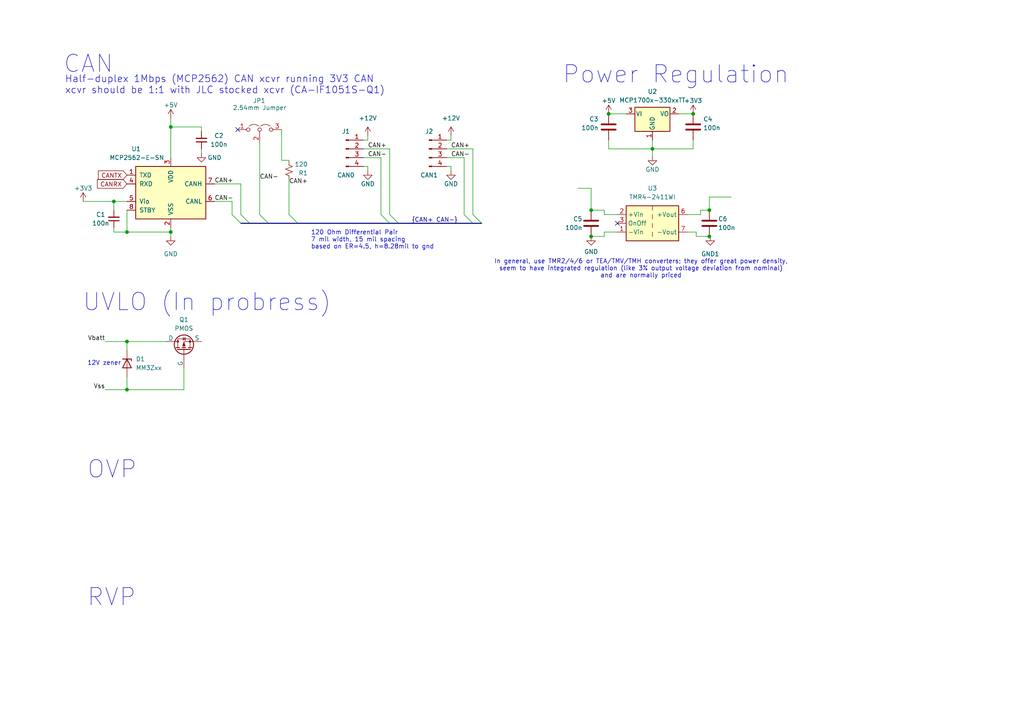
<source format=kicad_sch>
(kicad_sch (version 20231120) (generator "eeschema") (generator_version "8.0")
  (paper "A4")
  (lib_symbols
    (symbol "Connector:Conn_01x04_Pin" (pin_names (offset 1.016) hide)
      (property "Reference" "J" (at 0 5.08 0))
      (property "Value" "Conn_01x04_Pin" (at 0 -7.62 0))
      (symbol "Conn_01x04_Pin_1_1"
        (polyline (pts (xy 1.27 -5.08) (xy 0.8636 -5.08)) (stroke (width 0.1524)))
        (polyline (pts (xy 1.27 -2.54) (xy 0.8636 -2.54)) (stroke (width 0.1524)))
        (polyline (pts (xy 1.27 0) (xy 0.8636 0)) (stroke (width 0.1524)))
        (polyline (pts (xy 1.27 2.54) (xy 0.8636 2.54)) (stroke (width 0.1524)))
        (rectangle (start 0.8636 -4.953) (end 0 -5.207) (stroke (width 0.1524)) (fill (type outline)))
        (rectangle (start 0.8636 -2.413) (end 0 -2.667) (stroke (width 0.1524)) (fill (type outline)))
        (rectangle (start 0.8636 0.127) (end 0 -0.127) (stroke (width 0.1524)) (fill (type outline)))
        (rectangle (start 0.8636 2.667) (end 0 2.413) (stroke (width 0.1524)) (fill (type outline)))
        (pin passive line (at 5.08 2.54 180) (length 3.81) (name "Pin_1") (number "1"))
        (pin passive line (at 5.08 0 180) (length 3.81) (name "Pin_2") (number "2"))
        (pin passive line (at 5.08 -2.54 180) (length 3.81) (name "Pin_3") (number "3"))
        (pin passive line (at 5.08 -5.08 180) (length 3.81) (name "Pin_4") (number "4"))
      )
    )
    (symbol "Converter_DCDC:TMR4-2411WI"
      (property "Reference" "U" (at -6.35 6.35 0))
      (property "Value" "TMR4-2411WI" (at 2.54 6.35 0))
      (symbol "TMR4-2411WI_0_0"
        (pin power_in line (at -10.16 -2.54 0) (length 2.54) (name "-Vin") (number "1"))
        (pin power_in line (at -10.16 2.54 0) (length 2.54) (name "+Vin") (number "2"))
        (pin input line (at -10.16 0 0) (length 2.54) (name "OnOff") (number "3"))
        (pin no_connect line (at 0 5.08 270) (length 2.54) hide (name "NC") (number "5"))
        (pin power_out line (at 10.16 2.54 180) (length 2.54) (name "+Vout") (number "6"))
        (pin power_out line (at 10.16 -2.54 180) (length 2.54) (name "-Vout") (number "7"))
        (pin no_connect line (at 7.62 0 180) (length 2.54) hide (name "NC") (number "8"))
      )
      (symbol "TMR4-2411WI_0_1"
        (rectangle (start -7.62 5.08) (end 7.62 -5.08) (stroke (width 0.254)) (fill (type background)))
        (polyline (pts (xy 0 -2.54) (xy 0 -3.81)))
        (polyline (pts (xy 0 0) (xy 0 -1.27)))
        (polyline (pts (xy 0 2.54) (xy 0 1.27)))
        (polyline (pts (xy 0 5.08) (xy 0 3.81)))
      )
    )
    (symbol "Device:C" (pin_numbers hide) (pin_names (offset 0.254))
      (property "Reference" "C" (at 0.635 2.54 0))
      (property "Value" "C" (at 0.635 -2.54 0))
      (symbol "C_0_1"
        (polyline (pts (xy -2.032 -0.762) (xy 2.032 -0.762)) (stroke (width 0.508)))
        (polyline (pts (xy -2.032 0.762) (xy 2.032 0.762)) (stroke (width 0.508)))
      )
      (symbol "C_1_1"
        (pin passive line (at 0 3.81 270) (length 2.794) (name "~") (number "1"))
        (pin passive line (at 0 -3.81 90) (length 2.794) (name "~") (number "2"))
      )
    )
    (symbol "Device:C_Small" (pin_numbers hide) (pin_names (offset 0.254) hide)
      (property "Reference" "C" (at 0.254 1.778 0))
      (property "Value" "C_Small" (at 0.254 -2.032 0))
      (symbol "C_Small_0_1"
        (polyline (pts (xy -1.524 -0.508) (xy 1.524 -0.508)) (stroke (width 0.3302)))
        (polyline (pts (xy -1.524 0.508) (xy 1.524 0.508)) (stroke (width 0.3048)))
      )
      (symbol "C_Small_1_1"
        (pin passive line (at 0 2.54 270) (length 2.032) (name "~") (number "1"))
        (pin passive line (at 0 -2.54 90) (length 2.032) (name "~") (number "2"))
      )
    )
    (symbol "Device:R_Small_US" (pin_numbers hide) (pin_names (offset 0.254) hide)
      (property "Reference" "R" (at 0.762 0.508 0))
      (property "Value" "R_Small_US" (at 0.762 -1.016 0))
      (symbol "R_Small_US_1_1"
        (polyline (pts (xy 0 0) (xy 1.016 -0.381) (xy 0 -0.762) (xy -1.016 -1.143) (xy 0 -1.524)))
        (polyline (pts (xy 0 1.524) (xy 1.016 1.143) (xy 0 0.762) (xy -1.016 0.381) (xy 0 0)))
        (pin passive line (at 0 2.54 270) (length 1.016) (name "~") (number "1"))
        (pin passive line (at 0 -2.54 90) (length 1.016) (name "~") (number "2"))
      )
    )
    (symbol "Diode:MM3Zxx" (pin_numbers hide) (pin_names hide)
      (property "Reference" "D" (at 0 2.54 0))
      (property "Value" "MM3Zxx" (at 0 -2.54 0))
      (symbol "MM3Zxx_0_1"
        (polyline (pts (xy 1.27 0) (xy -1.27 0)))
        (polyline (pts (xy -1.27 -1.27) (xy -1.27 1.27) (xy -0.762 1.27)) (stroke (width 0.254)))
        (polyline (pts (xy 1.27 -1.27) (xy 1.27 1.27) (xy -1.27 0) (xy 1.27 -1.27)) (stroke (width 0.254)))
      )
      (symbol "MM3Zxx_1_1"
        (pin passive line (at -3.81 0 0) (length 2.54) (name "K") (number "1"))
        (pin passive line (at 3.81 0 180) (length 2.54) (name "A") (number "2"))
      )
    )
    (symbol "Interface_CAN_LIN:MCP2562-E-SN" (pin_names (offset 1.016))
      (property "Reference" "U" (at -10.16 8.89 0))
      (property "Value" "MCP2562-E-SN" (at 2.54 8.89 0))
      (symbol "MCP2562-E-SN_0_1"
        (rectangle (start -10.16 7.62) (end 10.16 -7.62) (stroke (width 0.254)) (fill (type background)))
      )
      (symbol "MCP2562-E-SN_1_1"
        (pin input line (at -12.7 5.08 0) (length 2.54) (name "TXD") (number "1"))
        (pin power_in line (at 0 -10.16 90) (length 2.54) (name "VSS") (number "2"))
        (pin power_in line (at 0 10.16 270) (length 2.54) (name "VDD") (number "3"))
        (pin output line (at -12.7 2.54 0) (length 2.54) (name "RXD") (number "4"))
        (pin power_in line (at -12.7 -2.54 0) (length 2.54) (name "Vio") (number "5"))
        (pin bidirectional line (at 12.7 -2.54 180) (length 2.54) (name "CANL") (number "6"))
        (pin bidirectional line (at 12.7 2.54 180) (length 2.54) (name "CANH") (number "7"))
        (pin input line (at -12.7 -5.08 0) (length 2.54) (name "STBY") (number "8"))
      )
    )
    (symbol "Jumper:Jumper_3_Open" (pin_names (offset 0) hide)
      (property "Reference" "JP" (at -2.54 -2.54 0))
      (property "Value" "Jumper_3_Open" (at 0 2.794 0))
      (symbol "Jumper_3_Open_0_0"
        (circle (center -3.302 0) (radius 0.508))
        (circle (center 0 0) (radius 0.508))
        (circle (center 3.302 0) (radius 0.508))
      )
      (symbol "Jumper_3_Open_0_1"
        (arc (start -0.254 1.016) (mid -1.651 1.4992) (end -3.048 1.016))
        (polyline (pts (xy 0 -0.508) (xy 0 -1.27)))
        (arc (start 3.048 1.016) (mid 1.651 1.4992) (end 0.254 1.016))
      )
      (symbol "Jumper_3_Open_1_1"
        (pin passive line (at -6.35 0 0) (length 2.54) (name "A") (number "1"))
        (pin passive line (at 0 -3.81 90) (length 2.54) (name "C") (number "2"))
        (pin passive line (at 6.35 0 180) (length 2.54) (name "B") (number "3"))
      )
    )
    (symbol "Regulator_Linear:MCP1700x-330xxTT" (pin_names (offset 0.254))
      (property "Reference" "U" (at -3.81 3.175 0))
      (property "Value" "MCP1700x-330xxTT" (at 0 3.175 0))
      (symbol "MCP1700x-330xxTT_0_1"
        (rectangle (start -5.08 1.905) (end 5.08 -5.08) (stroke (width 0.254)) (fill (type background)))
      )
      (symbol "MCP1700x-330xxTT_1_1"
        (pin power_in line (at 0 -7.62 90) (length 2.54) (name "GND") (number "1"))
        (pin power_out line (at 7.62 0 180) (length 2.54) (name "VO") (number "2"))
        (pin power_in line (at -7.62 0 0) (length 2.54) (name "VI") (number "3"))
      )
    )
    (symbol "Simulation_SPICE:PMOS" (pin_numbers hide) (pin_names (offset 0))
      (property "Reference" "Q" (at 5.08 1.27 0))
      (property "Value" "PMOS" (at 5.08 -1.27 0))
      (symbol "PMOS_0_1"
        (polyline (pts (xy 0.254 0) (xy -2.54 0)))
        (polyline (pts (xy 0.254 1.905) (xy 0.254 -1.905)) (stroke (width 0.254)))
        (polyline (pts (xy 0.762 -1.27) (xy 0.762 -2.286)) (stroke (width 0.254)))
        (polyline (pts (xy 0.762 0.508) (xy 0.762 -0.508)) (stroke (width 0.254)))
        (polyline (pts (xy 0.762 2.286) (xy 0.762 1.27)) (stroke (width 0.254)))
        (polyline (pts (xy 2.54 2.54) (xy 2.54 1.778)))
        (polyline (pts (xy 2.54 -2.54) (xy 2.54 0) (xy 0.762 0)))
        (polyline (pts (xy 0.762 1.778) (xy 3.302 1.778) (xy 3.302 -1.778) (xy 0.762 -1.778)))
        (polyline (pts (xy 2.286 0) (xy 1.27 0.381) (xy 1.27 -0.381) (xy 2.286 0)) (fill (type outline)))
        (polyline (pts (xy 2.794 -0.508) (xy 2.921 -0.381) (xy 3.683 -0.381) (xy 3.81 -0.254)))
        (polyline (pts (xy 3.302 -0.381) (xy 2.921 0.254) (xy 3.683 0.254) (xy 3.302 -0.381)))
        (circle (center 1.651 0) (radius 2.794) (stroke (width 0.254)))
        (circle (center 2.54 -1.778) (radius 0.254) (fill (type outline)))
        (circle (center 2.54 1.778) (radius 0.254) (fill (type outline)))
      )
      (symbol "PMOS_1_1"
        (pin passive line (at 2.54 5.08 270) (length 2.54) (name "D") (number "1"))
        (pin input line (at -5.08 0 0) (length 2.54) (name "G") (number "2"))
        (pin passive line (at 2.54 -5.08 90) (length 2.54) (name "S") (number "3"))
      )
    )
    (symbol "power:+12V" (power) (pin_names (offset 0))
      (property "Value" "+12V" (at 0 3.556 0))
      (symbol "+12V_0_1"
        (polyline (pts (xy -0.762 1.27) (xy 0 2.54)))
        (polyline (pts (xy 0 0) (xy 0 2.54)))
        (polyline (pts (xy 0 2.54) (xy 0.762 1.27)))
      )
      (symbol "+12V_1_1"
        (pin power_in line (at 0 0 90) (length 0) hide (name "+12V") (number "1"))
      )
    )
    (symbol "power:+3V3" (power) (pin_names (offset 0))
      (property "Value" "+3V3" (at 0 3.556 0))
      (symbol "+3V3_0_1"
        (polyline (pts (xy -0.762 1.27) (xy 0 2.54)))
        (polyline (pts (xy 0 0) (xy 0 2.54)))
        (polyline (pts (xy 0 2.54) (xy 0.762 1.27)))
      )
      (symbol "+3V3_1_1"
        (pin power_in line (at 0 0 90) (length 0) hide (name "+3V3") (number "1"))
      )
    )
    (symbol "power:+5V" (power) (pin_names (offset 0))
      (property "Value" "+5V" (at 0 3.556 0))
      (symbol "+5V_0_1"
        (polyline (pts (xy -0.762 1.27) (xy 0 2.54)))
        (polyline (pts (xy 0 0) (xy 0 2.54)))
        (polyline (pts (xy 0 2.54) (xy 0.762 1.27)))
      )
      (symbol "+5V_1_1"
        (pin power_in line (at 0 0 90) (length 0) hide (name "+5V") (number "1"))
      )
    )
    (symbol "power:GND" (power) (pin_names (offset 0))
      (property "Value" "GND" (at 0 -3.81 0))
      (symbol "GND_0_1"
        (polyline (pts (xy 0 0) (xy 0 -1.27) (xy 1.27 -1.27) (xy 0 -2.54) (xy -1.27 -1.27) (xy 0 -1.27)))
      )
      (symbol "GND_1_1"
        (pin power_in line (at 0 0 270) (length 0) hide (name "GND") (number "1"))
      )
    )
    (symbol "power:GND1" (power) (pin_names (offset 0))
      (property "Value" "GND1" (at 0 -3.81 0))
      (symbol "GND1_0_1"
        (polyline (pts (xy 0 0) (xy 0 -1.27) (xy 1.27 -1.27) (xy 0 -2.54) (xy -1.27 -1.27) (xy 0 -1.27)))
      )
      (symbol "GND1_1_1"
        (pin power_in line (at 0 0 270) (length 0) hide (name "GND1") (number "1"))
      )
    )
  )
  (junction (at 33.02 58.42))
  (junction (at 205.74 60.96))
  (junction (at 49.53 36.83))
  (junction (at 171.45 60.96))
  (junction (at 36.83 99.06))
  (junction (at 205.74 68.58))
  (junction (at 171.45 68.58))
  (junction (at 49.53 67.31))
  (junction (at 189.23 43.18))
  (junction (at 201.041 33.02))
  (junction (at 36.83 67.31))
  (junction (at 36.83 113.03))
  (junction (at 176.53 33.02))
  (no_connect (at 179.07 64.77))
  (no_connect (at 68.961 37.592))
  (bus_entry (at 113.03 62.23) (size 2.54 2.54))
  (bus_entry (at 110.49 62.23) (size 2.54 2.54))
  (bus_entry (at 69.85 62.23) (size 2.54 2.54))
  (bus_entry (at 75.311 62.23) (size 2.54 2.54))
  (bus_entry (at 137.16 62.23) (size 2.54 2.54))
  (bus_entry (at 83.82 62.23) (size 2.54 2.54))
  (bus_entry (at 67.31 62.23) (size 2.54 2.54))
  (bus_entry (at 134.62 62.23) (size 2.54 2.54))
  (wire (pts (xy 201.041 43.18) (xy 189.23 43.18)))
  (wire (pts (xy 176.53 43.18) (xy 189.23 43.18)))
  (wire (pts (xy 49.53 34.29) (xy 49.53 36.83)))
  (bus (pts (xy 137.16 64.77) (xy 139.7 64.77)))
  (wire (pts (xy 106.68 39.37) (xy 106.68 40.64)))
  (wire (pts (xy 67.31 58.42) (xy 62.23 58.42)))
  (wire (pts (xy 36.83 99.06) (xy 36.83 101.6)))
  (wire (pts (xy 175.26 67.31) (xy 175.26 68.58)))
  (wire (pts (xy 130.81 49.53) (xy 130.81 48.26)))
  (wire (pts (xy 175.26 67.31) (xy 179.07 67.31)))
  (wire (pts (xy 33.02 58.42) (xy 36.83 58.42)))
  (wire (pts (xy 201.041 43.18) (xy 201.041 40.64)))
  (wire (pts (xy 36.83 109.22) (xy 36.83 113.03)))
  (wire (pts (xy 189.23 40.64) (xy 189.23 43.18)))
  (wire (pts (xy 67.31 62.23) (xy 67.31 58.42)))
  (wire (pts (xy 201.93 67.31) (xy 201.93 68.58)))
  (wire (pts (xy 106.68 49.53) (xy 106.68 48.26)))
  (wire (pts (xy 81.661 46.482) (xy 83.82 46.482)))
  (wire (pts (xy 106.68 40.64) (xy 105.41 40.64)))
  (wire (pts (xy 33.02 67.31) (xy 36.83 67.31)))
  (bus (pts (xy 77.851 64.77) (xy 86.36 64.77)))
  (wire (pts (xy 36.83 60.96) (xy 36.83 67.31)))
  (wire (pts (xy 69.85 62.23) (xy 69.85 53.34)))
  (wire (pts (xy 167.64 54.61) (xy 171.45 54.61)))
  (wire (pts (xy 113.03 43.18) (xy 105.41 43.18)))
  (wire (pts (xy 201.93 68.58) (xy 205.74 68.58)))
  (wire (pts (xy 171.45 60.96) (xy 175.26 60.96)))
  (wire (pts (xy 199.39 62.23) (xy 203.2 62.23)))
  (wire (pts (xy 113.03 43.18) (xy 113.03 62.23)))
  (wire (pts (xy 205.994 68.58) (xy 205.74 68.58)))
  (wire (pts (xy 49.53 68.58) (xy 49.53 67.31)))
  (wire (pts (xy 205.74 60.96) (xy 203.2 60.96)))
  (wire (pts (xy 137.16 43.18) (xy 137.16 62.23)))
  (wire (pts (xy 58.42 38.1) (xy 58.42 36.83)))
  (bus (pts (xy 69.85 64.77) (xy 72.39 64.77)))
  (wire (pts (xy 83.82 51.9787) (xy 83.82 62.23)))
  (wire (pts (xy 130.81 39.37) (xy 130.81 40.64)))
  (wire (pts (xy 58.42 43.18) (xy 58.42 44.45)))
  (wire (pts (xy 33.02 66.04) (xy 33.02 67.31)))
  (wire (pts (xy 49.53 36.83) (xy 58.42 36.83)))
  (wire (pts (xy 176.53 33.02) (xy 181.61 33.02)))
  (wire (pts (xy 83.82 46.482) (xy 83.82 46.8987)))
  (wire (pts (xy 53.34 106.68) (xy 53.34 113.03)))
  (wire (pts (xy 203.2 60.96) (xy 203.2 62.23)))
  (wire (pts (xy 134.62 45.72) (xy 134.62 62.23)))
  (bus (pts (xy 86.36 64.77) (xy 113.03 64.77)))
  (wire (pts (xy 49.53 66.04) (xy 49.53 67.31)))
  (wire (pts (xy 130.81 40.64) (xy 129.54 40.64)))
  (bus (pts (xy 72.39 64.77) (xy 77.851 64.77)))
  (wire (pts (xy 189.23 45.339) (xy 189.23 43.18)))
  (wire (pts (xy 33.02 58.42) (xy 33.02 60.96)))
  (wire (pts (xy 36.83 67.31) (xy 49.53 67.31)))
  (wire (pts (xy 175.26 60.96) (xy 175.26 62.23)))
  (wire (pts (xy 205.74 60.96) (xy 205.74 57.15)))
  (bus (pts (xy 115.57 64.77) (xy 137.16 64.77)))
  (wire (pts (xy 129.54 45.72) (xy 134.62 45.72)))
  (wire (pts (xy 30.48 99.06) (xy 36.83 99.06)))
  (wire (pts (xy 81.661 37.592) (xy 81.661 46.482)))
  (wire (pts (xy 36.83 99.06) (xy 48.26 99.06)))
  (wire (pts (xy 53.34 113.03) (xy 36.83 113.03)))
  (wire (pts (xy 175.26 62.23) (xy 179.07 62.23)))
  (wire (pts (xy 75.311 41.402) (xy 75.311 62.23)))
  (wire (pts (xy 171.45 60.96) (xy 171.45 54.61)))
  (wire (pts (xy 30.48 113.03) (xy 36.83 113.03)))
  (bus (pts (xy 113.03 64.77) (xy 115.57 64.77)))
  (wire (pts (xy 69.85 53.34) (xy 62.23 53.34)))
  (wire (pts (xy 105.41 45.72) (xy 110.49 45.72)))
  (wire (pts (xy 129.54 43.18) (xy 137.16 43.18)))
  (wire (pts (xy 171.45 68.58) (xy 175.26 68.58)))
  (wire (pts (xy 176.53 40.64) (xy 176.53 43.18)))
  (wire (pts (xy 205.74 57.15) (xy 212.09 57.15)))
  (wire (pts (xy 49.53 36.83) (xy 49.53 45.72)))
  (wire (pts (xy 201.041 33.02) (xy 196.85 33.02)))
  (wire (pts (xy 130.81 48.26) (xy 129.54 48.26)))
  (wire (pts (xy 106.68 48.26) (xy 105.41 48.26)))
  (wire (pts (xy 110.49 45.72) (xy 110.49 62.23)))
  (wire (pts (xy 24.13 58.42) (xy 33.02 58.42)))
  (wire (pts (xy 201.93 67.31) (xy 199.39 67.31)))
  (text "UVLO (In probress)" (at 23.876 90.678 0) (effects (font (size 5 5)) (justify left bottom)))
  (text "120 Ohm Differential Pair\n7 mil width, 15 mil spacing\nbased on ER=4.5, h=8.28mil to gnd" (at 90.17 72.39 0) (effects (font (size 1.27 1.27)) (justify left bottom)))
  (text "In general, use TMR2/4/6 or TEA/TMV/TMH converters; they offer great power density,\nseem to have integrated regulation (like 3% output voltage deviation from nominal)\nand are normally priced" (at 185.928 77.978 0) (effects (font (size 1.27 1.27))))
  (text "Power Regulation" (at 163.068 24.638 0) (effects (font (size 5 5)) (justify left bottom)))
  (text "OVP" (at 25.146 139.192 0) (effects (font (size 5 5)) (justify left bottom)))
  (text "CAN" (at 18.288 21.59 0) (effects (font (size 5 5)) (justify left bottom)))
  (text "RVP" (at 25.146 176.276 0) (effects (font (size 5 5)) (justify left bottom)))
  (text "Half-duplex 1Mbps (MCP2562) CAN xcvr running 3V3 CAN\nxcvr should be 1:1 with JLC stocked xcvr (CA-IF1051S-Q1)" (at 18.796 27.432 0) (effects (font (size 2 2)) (justify left bottom)))
  (text "12V zener" (at 30.226 105.41 0) (effects (font (size 1.27 1.27))))
  (label "{CAN+ CAN-}" (at 119.38 64.77 0))
  (label "CAN+" (at 130.81 43.18 0))
  (label "CAN+" (at 83.82 53.5432 0))
  (label "CAN+" (at 106.68 43.18 0))
  (label "CAN-" (at 130.81 45.72 0))
  (label "CAN-" (at 75.311 52.2441 0))
  (label "CAN-" (at 106.68 45.72 0))
  (label "CAN-" (at 62.23 58.42 0))
  (label "Vss" (at 30.48 113.03 180))
  (label "CAN+" (at 62.23 53.34 0))
  (label "Vbatt" (at 30.48 99.06 180))
  (global_label "CANRX" (shape input) (at 36.83 53.34 180) (property "Intersheetrefs" "${INTERSHEET_REFS}" (effects (hide yes))))
  (global_label "CANTX" (shape input) (at 36.83 50.8 180) (property "Intersheetrefs" "${INTERSHEET_REFS}" (effects (hide yes))))
  (symbol (lib_id "power:GND") (at 106.68 49.53 0) (mirror y) (unit 1)
    (property "Reference" "#PWR06" (effects (hide yes)))
    (property "Value" "GND" (at 106.68 53.34 0))
  )
  (symbol (lib_id "Connector:Conn_01x04_Pin") (at 124.46 43.18 0) (unit 1)
    (property "Reference" "J2" (at 124.46 38.1 0))
    (property "Value" "CAN1" (at 124.46 50.8 0))
    (property "Footprint" "Connector_Molex:Molex_Micro-Fit_3.0_43650-0415_1x04_P3.00mm_Vertical" (effects (hide yes)))
  )
  (symbol (lib_id "power:+12V") (at 130.81 39.37 0) (unit 1)
    (property "Reference" "#PWR07" (effects (hide yes)))
    (property "Value" "+12V" (at 130.81 34.29 0))
  )
  (symbol (lib_id "Device:C") (at 205.74 64.77 0) (unit 1)
    (property "Reference" "C6" (at 208.28 63.5 0) (effects (justify left)))
    (property "Value" "100n" (at 208.28 66.04 0) (effects (justify left)))
    (property "Footprint" "Capacitor_SMD:C_0603_1608Metric_Pad1.08x0.95mm_HandSolder" (effects (hide yes)))
  )
  (symbol (lib_id "Device:R_Small_US") (at 83.82 49.4387 180) (unit 1)
    (property "Reference" "R1" (at 89.281 50.2007 0) (effects (justify left)))
    (property "Value" "120" (at 89.281 47.6607 0) (effects (justify left)))
    (property "Footprint" "Resistor_SMD:R_0603_1608Metric_Pad0.98x0.95mm_HandSolder" (effects (hide yes)))
  )
  (symbol (lib_id "power:GND") (at 58.42 44.45 0) (unit 1)
    (property "Reference" "#PWR04" (effects (hide yes)))
    (property "Value" "GND" (at 62.23 45.72 0))
  )
  (symbol (lib_id "Connector:Conn_01x04_Pin") (at 100.33 43.18 0) (unit 1)
    (property "Reference" "J1" (at 100.33 38.1 0))
    (property "Value" "CAN0" (at 100.33 50.8 0))
    (property "Footprint" "Connector_Molex:Molex_Micro-Fit_3.0_43650-0415_1x04_P3.00mm_Vertical" (effects (hide yes)))
  )
  (symbol (lib_id "power:+5V") (at 176.53 33.02 0) (mirror y) (unit 1)
    (property "Reference" "#PWR09" (effects (hide yes)))
    (property "Value" "+5V" (at 176.53 29.21 0))
  )
  (symbol (lib_id "power:GND") (at 189.23 45.339 0) (mirror y) (unit 1)
    (property "Reference" "#PWR010" (effects (hide yes)))
    (property "Value" "GND" (at 189.23 49.149 0))
  )
  (symbol (lib_id "Device:C_Small") (at 33.02 63.5 180) (unit 1)
    (property "Reference" "C1" (at 29.21 62.23 0))
    (property "Value" "100n" (at 29.21 64.77 0))
    (property "Footprint" "Capacitor_SMD:C_0603_1608Metric_Pad1.08x0.95mm_HandSolder" (effects (hide yes)))
  )
  (symbol (lib_id "power:GND") (at 171.45 68.58 0) (unit 1)
    (property "Reference" "#PWR013" (effects (hide yes)))
    (property "Value" "GND" (at 171.45 73.025 0))
  )
  (symbol (lib_id "Diode:MM3Zxx") (at 36.83 105.41 270) (unit 1)
    (property "Reference" "D1" (at 39.37 104.1399 90) (effects (justify left)))
    (property "Value" "MM3Zxx" (at 39.37 106.6799 90) (effects (justify left)))
    (property "Footprint" "Diode_SMD:D_SOD-323F" (effects (hide yes)))
    (property "Datasheet" "https://diotec.com/tl_files/diotec/files/pdf/datasheets/mm3z2v4.pdf" (effects (hide yes)))
    (property "Description" "300mW Zener Diode, SOD-323F" (effects (hide yes)))
  )
  (symbol (lib_id "power:GND") (at 130.81 49.53 0) (mirror y) (unit 1)
    (property "Reference" "#PWR08" (effects (hide yes)))
    (property "Value" "GND" (at 130.81 53.34 0))
  )
  (symbol (lib_id "Device:C") (at 176.53 36.83 0) (unit 1)
    (property "Reference" "C3" (at 173.609 34.544 0) (effects (justify right)))
    (property "Value" "100n" (at 173.609 37.084 0) (effects (justify right)))
    (property "Footprint" "Capacitor_SMD:C_0603_1608Metric_Pad1.08x0.95mm_HandSolder" (effects (hide yes)))
  )
  (symbol (lib_id "Simulation_SPICE:PMOS") (at 53.34 101.6 90) (unit 1)
    (property "Reference" "Q1" (at 53.34 92.71 90))
    (property "Value" "PMOS" (at 53.34 95.25 90))
    (property "Datasheet" "https://ngspice.sourceforge.io/docs/ngspice-html-manual/manual.xhtml#cha_MOSFETs" (effects (hide yes)))
    (property "Description" "P-MOSFET transistor, drain/source/gate" (effects (hide yes)))
    (property "Sim.Device" "PMOS" (effects (hide yes)))
    (property "Sim.Type" "VDMOS" (effects (hide yes)))
    (property "Sim.Pins" "1=D 2=G 3=S" (effects (hide yes)))
  )
  (symbol (lib_id "power:+3V3") (at 24.13 58.42 0) (unit 1)
    (property "Reference" "#PWR01" (effects (hide yes)))
    (property "Value" "+3V3" (at 24.13 54.61 0))
  )
  (symbol (lib_id "power:+3V3") (at 201.041 33.02 0) (unit 1)
    (property "Reference" "#PWR011" (effects (hide yes)))
    (property "Value" "+3V3" (at 201.041 29.21 0))
  )
  (symbol (lib_id "Device:C_Small") (at 58.42 40.64 180) (unit 1)
    (property "Reference" "C2" (at 63.5 39.37 0))
    (property "Value" "100n" (at 63.5 41.91 0))
    (property "Footprint" "Capacitor_SMD:C_0603_1608Metric_Pad1.08x0.95mm_HandSolder" (effects (hide yes)))
  )
  (symbol (lib_id "power:+5V") (at 49.53 34.29 0) (mirror y) (unit 1)
    (property "Reference" "#PWR02" (effects (hide yes)))
    (property "Value" "+5V" (at 49.53 30.48 0))
  )
  (symbol (lib_id "Device:C") (at 171.45 64.77 0) (mirror y) (unit 1)
    (property "Reference" "C5" (at 168.91 63.5 0) (effects (justify left)))
    (property "Value" "100n" (at 168.91 66.04 0) (effects (justify left)))
    (property "Footprint" "Capacitor_SMD:C_0603_1608Metric_Pad1.08x0.95mm_HandSolder" (effects (hide yes)))
  )
  (symbol (lib_id "power:GND") (at 49.53 68.58 0) (unit 1)
    (property "Reference" "#PWR03" (effects (hide yes)))
    (property "Value" "GND" (at 49.53 73.66 0))
  )
  (symbol (lib_id "Converter_DCDC:TMR4-2411WI") (at 189.23 64.77 0) (unit 1)
    (property "Reference" "U3" (at 189.23 54.61 0))
    (property "Value" "TMR4-2411WI" (at 189.23 57.15 0))
    (property "Footprint" "Converter_DCDC:Converter_DCDC_TRACO_TMR4-xxxxWI_THT" (effects (hide yes)))
    (property "Datasheet" "https://www.tracopower.com/products/tmr4wi.pdf" (effects (hide yes)))
    (property "Description" "4W DC/DC converter regulated, 9-36V input, 5V fixed output voltage, 800mA output, 1.6kVDC isolation, SIP-8" (effects (hide yes)))
  )
  (symbol (lib_id "Interface_CAN_LIN:MCP2562-E-SN") (at 49.53 55.88 0) (unit 1)
    (property "Reference" "U1" (at 38.1 43.18 0) (effects (justify left)))
    (property "Value" "MCP2562-E-SN" (at 31.75 45.72 0) (effects (justify left)))
    (property "Footprint" "Package_SO:SOIC-8_3.9x4.9mm_P1.27mm" (effects (hide yes)))
    (property "Datasheet" "http://ww1.microchip.com/downloads/en/DeviceDoc/25167A.pdf" (effects (hide yes)))
  )
  (symbol (lib_id "Jumper:Jumper_3_Open") (at 75.311 37.592 0) (unit 1)
    (property "Reference" "JP1" (at 75.184 29.21 0))
    (property "Value" "2.54mm Jumper" (at 75.311 31.242 0))
    (property "Footprint" "Connector_PinHeader_2.54mm:PinHeader_1x03_P2.54mm_Vertical" (effects (hide yes)))
  )
  (symbol (lib_id "Regulator_Linear:MCP1700x-330xxTT") (at 189.23 33.02 0) (unit 1)
    (property "Reference" "U2" (at 189.23 26.543 0))
    (property "Value" "MCP1700x-330xxTT" (at 189.23 29.083 0))
    (property "Footprint" "Package_TO_SOT_SMD:SOT-23" (effects (hide yes)))
    (property "Datasheet" "http://ww1.microchip.com/downloads/en/DeviceDoc/20001826D.pdf" (effects (hide yes)))
  )
  (symbol (lib_id "Device:C") (at 201.041 36.83 0) (mirror y) (unit 1)
    (property "Reference" "C4" (at 203.962 34.544 0) (effects (justify right)))
    (property "Value" "100n" (at 203.962 37.084 0) (effects (justify right)))
    (property "Footprint" "Capacitor_SMD:C_0603_1608Metric_Pad1.08x0.95mm_HandSolder" (effects (hide yes)))
  )
  (symbol (lib_id "power:GND1") (at 205.994 68.58 0) (unit 1)
    (property "Reference" "#PWR014" (effects (hide yes)))
    (property "Value" "GND1" (at 205.994 73.66 0))
  )
  (symbol (lib_id "power:+12V") (at 106.68 39.37 0) (unit 1)
    (property "Reference" "#PWR05" (effects (hide yes)))
    (property "Value" "+12V" (at 106.68 34.29 0))
  )
)
</source>
